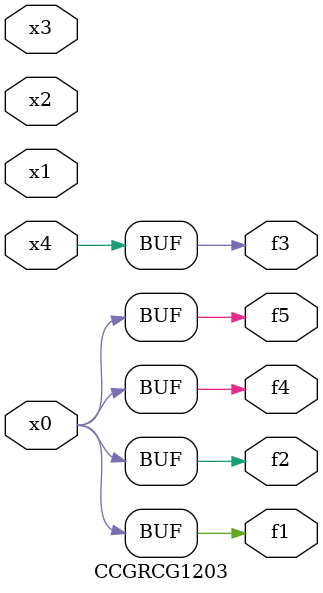
<source format=v>
module CCGRCG1203(
	input x0, x1, x2, x3, x4,
	output f1, f2, f3, f4, f5
);
	assign f1 = x0;
	assign f2 = x0;
	assign f3 = x4;
	assign f4 = x0;
	assign f5 = x0;
endmodule

</source>
